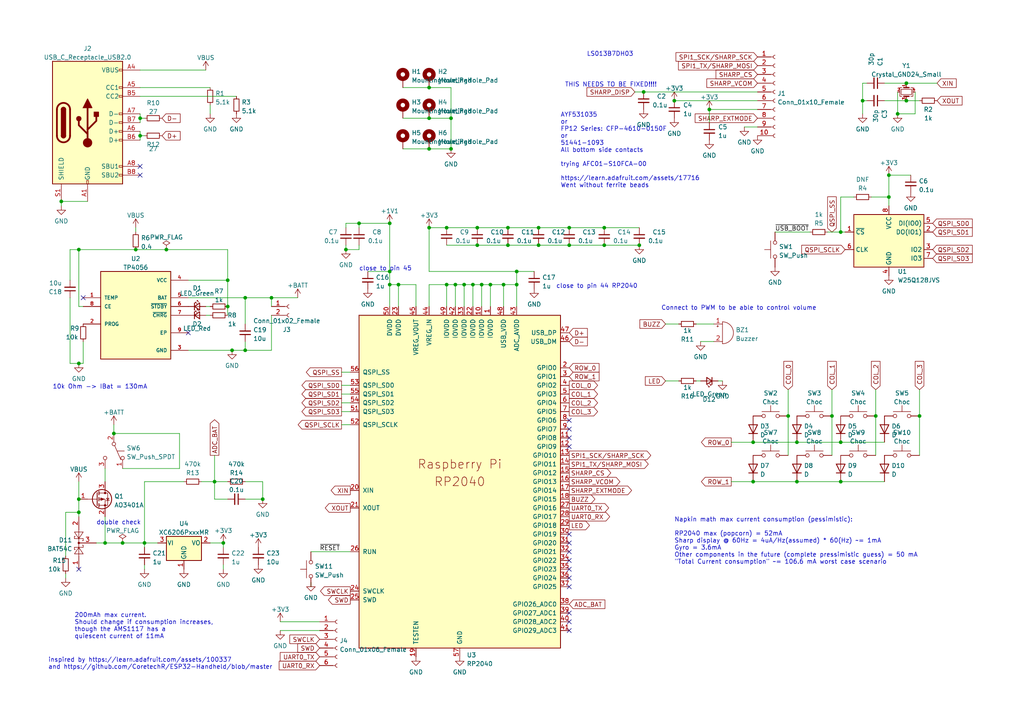
<source format=kicad_sch>
(kicad_sch (version 20211123) (generator eeschema)
  (paper "A4")
  (junction (at 113.03 64.77))
  (junction (at 218.44 139.7))
  (junction (at 138.43 71.12))
  (junction (at 231.14 128.27))
  (junction (at 147.32 71.12))
  (junction (at 257.81 50.8))
  (junction (at 250.19 29.21))
  (junction (at 146.05 82.55))
  (junction (at 149.86 82.55))
  (junction (at 186.69 26.67))
  (junction (at 262.89 24.13))
  (junction (at 71.12 101.6))
  (junction (at 113.03 82.55))
  (junction (at 115.57 82.55))
  (junction (at 66.04 81.28))
  (junction (at 48.26 72.39))
  (junction (at 156.21 66.04))
  (junction (at 241.3 120.65))
  (junction (at 262.89 29.21))
  (junction (at 266.7 120.65))
  (junction (at 41.91 157.48))
  (junction (at 35.56 157.48))
  (junction (at 39.37 72.39))
  (junction (at 205.74 31.75))
  (junction (at 64.77 157.48))
  (junction (at 30.48 157.48))
  (junction (at 132.08 82.55))
  (junction (at 195.58 29.21))
  (junction (at 218.44 128.27))
  (junction (at 185.42 71.12))
  (junction (at 138.43 66.04))
  (junction (at 129.54 66.04))
  (junction (at 17.78 58.42))
  (junction (at 124.46 25.4))
  (junction (at 100.33 72.39))
  (junction (at 22.86 105.41))
  (junction (at 33.02 125.73))
  (junction (at 124.46 66.04))
  (junction (at 40.64 39.37))
  (junction (at 149.86 78.74))
  (junction (at 124.46 34.29))
  (junction (at 71.12 86.36))
  (junction (at 257.81 57.15))
  (junction (at 124.46 43.18))
  (junction (at 40.64 34.29))
  (junction (at 22.86 72.39))
  (junction (at 137.16 82.55))
  (junction (at 254 120.65))
  (junction (at 130.81 43.18))
  (junction (at 147.32 66.04))
  (junction (at 129.54 82.55))
  (junction (at 22.86 148.59))
  (junction (at 142.24 82.55))
  (junction (at 243.84 139.7))
  (junction (at 139.7 82.55))
  (junction (at 130.81 34.29))
  (junction (at 156.21 71.12))
  (junction (at 165.1 71.12))
  (junction (at 76.2 144.78))
  (junction (at 243.84 67.31))
  (junction (at 243.84 128.27))
  (junction (at 62.23 139.7))
  (junction (at 175.26 71.12))
  (junction (at 134.62 82.55))
  (junction (at 22.86 144.78))
  (junction (at 66.04 88.9))
  (junction (at 67.31 101.6))
  (junction (at 175.26 66.04))
  (junction (at 228.6 120.65))
  (junction (at 165.1 66.04))
  (junction (at 78.74 86.36))
  (junction (at 113.03 78.74))
  (junction (at 231.14 139.7))
  (junction (at 104.14 64.77))
  (junction (at 260.35 33.02))
  (no_connect (at 40.64 48.26))
  (no_connect (at 40.64 50.8))
  (no_connect (at 165.1 182.88))
  (no_connect (at 165.1 180.34))
  (no_connect (at 165.1 177.8))
  (no_connect (at 165.1 170.18))
  (no_connect (at 165.1 167.64))
  (no_connect (at 165.1 165.1))
  (no_connect (at 165.1 129.54))
  (no_connect (at 165.1 127))
  (no_connect (at 165.1 124.46))
  (no_connect (at 165.1 121.92))
  (no_connect (at 165.1 162.56))
  (no_connect (at 165.1 160.02))
  (no_connect (at 165.1 157.48))
  (no_connect (at 165.1 154.94))
  (no_connect (at 24.13 86.36))
  (no_connect (at 54.61 96.52))
  (no_connect (at 22.86 165.1))
  (wire (pts (xy 99.06 107.95) (xy 101.6 107.95)))
  (wire (pts (xy 76.2 144.78) (xy 76.2 139.7)))
  (wire (pts (xy 66.04 81.28) (xy 66.04 72.39)))
  (wire (pts (xy 113.03 82.55) (xy 113.03 88.9)))
  (wire (pts (xy 100.33 64.77) (xy 100.33 66.04)))
  (wire (pts (xy 104.14 72.39) (xy 100.33 72.39)))
  (wire (pts (xy 40.64 38.1) (xy 40.64 39.37)))
  (wire (pts (xy 19.05 166.37) (xy 19.05 167.64)))
  (wire (pts (xy 254 113.03) (xy 254 120.65)))
  (wire (pts (xy 20.32 72.39) (xy 22.86 72.39)))
  (wire (pts (xy 184.15 26.67) (xy 186.69 26.67)))
  (wire (pts (xy 195.58 29.21) (xy 219.71 29.21)))
  (wire (pts (xy 24.13 99.06) (xy 24.13 105.41)))
  (wire (pts (xy 41.91 158.75) (xy 41.91 157.48)))
  (wire (pts (xy 22.86 139.7) (xy 22.86 144.78)))
  (wire (pts (xy 58.42 139.7) (xy 62.23 139.7)))
  (wire (pts (xy 193.04 93.98) (xy 196.85 93.98)))
  (wire (pts (xy 201.93 93.98) (xy 207.01 93.98)))
  (wire (pts (xy 60.96 157.48) (xy 64.77 157.48)))
  (wire (pts (xy 208.28 110.49) (xy 209.55 110.49)))
  (wire (pts (xy 241.3 113.03) (xy 241.3 120.65)))
  (wire (pts (xy 149.86 78.74) (xy 154.94 78.74)))
  (wire (pts (xy 41.91 39.37) (xy 40.64 39.37)))
  (wire (pts (xy 219.71 31.75) (xy 205.74 31.75)))
  (wire (pts (xy 19.05 148.59) (xy 19.05 161.29)))
  (wire (pts (xy 30.48 157.48) (xy 35.56 157.48)))
  (wire (pts (xy 262.89 24.13) (xy 271.78 24.13)))
  (wire (pts (xy 257.81 59.69) (xy 257.81 57.15)))
  (wire (pts (xy 215.9 36.83) (xy 219.71 36.83)))
  (wire (pts (xy 205.74 31.75) (xy 205.74 35.56)))
  (wire (pts (xy 104.14 66.04) (xy 104.14 64.77)))
  (wire (pts (xy 78.74 86.36) (xy 78.74 88.9)))
  (wire (pts (xy 139.7 82.55) (xy 139.7 88.9)))
  (wire (pts (xy 138.43 66.04) (xy 147.32 66.04)))
  (wire (pts (xy 116.84 43.18) (xy 124.46 43.18)))
  (wire (pts (xy 66.04 88.9) (xy 66.04 91.44)))
  (wire (pts (xy 54.61 81.28) (xy 66.04 81.28)))
  (wire (pts (xy 218.44 139.7) (xy 231.14 139.7)))
  (wire (pts (xy 40.64 34.29) (xy 40.64 35.56)))
  (wire (pts (xy 116.84 34.29) (xy 124.46 34.29)))
  (wire (pts (xy 260.35 33.02) (xy 265.43 33.02)))
  (wire (pts (xy 41.91 34.29) (xy 40.64 34.29)))
  (wire (pts (xy 41.91 157.48) (xy 45.72 157.48)))
  (wire (pts (xy 41.91 139.7) (xy 53.34 139.7)))
  (wire (pts (xy 40.64 27.94) (xy 68.58 27.94)))
  (wire (pts (xy 104.14 71.12) (xy 104.14 72.39)))
  (wire (pts (xy 243.84 67.31) (xy 245.11 67.31)))
  (wire (pts (xy 142.24 82.55) (xy 142.24 88.9)))
  (wire (pts (xy 17.78 59.69) (xy 17.78 58.42)))
  (wire (pts (xy 130.81 34.29) (xy 124.46 34.29)))
  (wire (pts (xy 212.09 139.7) (xy 218.44 139.7)))
  (wire (pts (xy 20.32 86.36) (xy 20.32 105.41)))
  (wire (pts (xy 19.05 148.59) (xy 22.86 148.59)))
  (wire (pts (xy 20.32 105.41) (xy 22.86 105.41)))
  (wire (pts (xy 243.84 128.27) (xy 256.54 128.27)))
  (wire (pts (xy 243.84 139.7) (xy 256.54 139.7)))
  (wire (pts (xy 71.12 86.36) (xy 78.74 86.36)))
  (wire (pts (xy 71.12 144.78) (xy 76.2 144.78)))
  (wire (pts (xy 54.61 86.36) (xy 71.12 86.36)))
  (wire (pts (xy 252.73 57.15) (xy 257.81 57.15)))
  (wire (pts (xy 224.79 67.31) (xy 234.95 67.31)))
  (wire (pts (xy 22.86 148.59) (xy 22.86 149.86)))
  (wire (pts (xy 266.7 113.03) (xy 266.7 120.65)))
  (wire (pts (xy 67.31 101.6) (xy 71.12 101.6)))
  (wire (pts (xy 257.81 57.15) (xy 257.81 50.8)))
  (wire (pts (xy 60.96 33.02) (xy 60.96 30.48)))
  (wire (pts (xy 35.56 157.48) (xy 41.91 157.48)))
  (wire (pts (xy 146.05 82.55) (xy 149.86 82.55)))
  (wire (pts (xy 243.84 67.31) (xy 243.84 57.15)))
  (wire (pts (xy 60.96 88.9) (xy 59.69 88.9)))
  (wire (pts (xy 201.93 110.49) (xy 203.2 110.49)))
  (wire (pts (xy 39.37 66.04) (xy 39.37 67.31)))
  (wire (pts (xy 132.08 82.55) (xy 132.08 88.9)))
  (wire (pts (xy 124.46 78.74) (xy 149.86 78.74)))
  (wire (pts (xy 64.77 158.75) (xy 64.77 157.48)))
  (wire (pts (xy 99.06 123.19) (xy 101.6 123.19)))
  (wire (pts (xy 124.46 88.9) (xy 124.46 82.55)))
  (wire (pts (xy 20.32 81.28) (xy 20.32 72.39)))
  (wire (pts (xy 90.17 168.91) (xy 90.17 170.18)))
  (wire (pts (xy 129.54 71.12) (xy 138.43 71.12)))
  (wire (pts (xy 137.16 82.55) (xy 139.7 82.55)))
  (wire (pts (xy 99.06 116.84) (xy 101.6 116.84)))
  (wire (pts (xy 62.23 144.78) (xy 66.04 144.78)))
  (wire (pts (xy 231.14 139.7) (xy 243.84 139.7)))
  (wire (pts (xy 41.91 139.7) (xy 41.91 157.48)))
  (wire (pts (xy 251.46 24.13) (xy 250.19 24.13)))
  (wire (pts (xy 104.14 64.77) (xy 113.03 64.77)))
  (wire (pts (xy 33.02 125.73) (xy 52.07 125.73)))
  (wire (pts (xy 130.81 34.29) (xy 130.81 25.4)))
  (wire (pts (xy 250.19 24.13) (xy 250.19 29.21)))
  (wire (pts (xy 175.26 71.12) (xy 185.42 71.12)))
  (wire (pts (xy 71.12 101.6) (xy 78.74 101.6)))
  (wire (pts (xy 90.17 160.02) (xy 101.6 160.02)))
  (wire (pts (xy 165.1 71.12) (xy 175.26 71.12)))
  (wire (pts (xy 120.65 88.9) (xy 120.65 82.55)))
  (wire (pts (xy 228.6 120.65) (xy 228.6 132.08)))
  (wire (pts (xy 41.91 165.1) (xy 41.91 163.83)))
  (wire (pts (xy 81.28 182.88) (xy 92.71 182.88)))
  (wire (pts (xy 129.54 66.04) (xy 138.43 66.04)))
  (wire (pts (xy 228.6 113.03) (xy 228.6 120.65)))
  (wire (pts (xy 17.78 58.42) (xy 25.4 58.42)))
  (wire (pts (xy 71.12 86.36) (xy 71.12 93.98)))
  (wire (pts (xy 113.03 64.77) (xy 113.03 78.74)))
  (wire (pts (xy 48.26 72.39) (xy 39.37 72.39)))
  (wire (pts (xy 22.86 72.39) (xy 22.86 88.9)))
  (wire (pts (xy 260.35 26.67) (xy 260.35 33.02)))
  (wire (pts (xy 113.03 78.74) (xy 113.03 82.55)))
  (wire (pts (xy 115.57 82.55) (xy 113.03 82.55)))
  (wire (pts (xy 104.14 64.77) (xy 100.33 64.77)))
  (wire (pts (xy 218.44 128.27) (xy 231.14 128.27)))
  (wire (pts (xy 40.64 33.02) (xy 40.64 34.29)))
  (wire (pts (xy 256.54 29.21) (xy 262.89 29.21)))
  (wire (pts (xy 62.23 139.7) (xy 62.23 144.78)))
  (wire (pts (xy 265.43 26.67) (xy 265.43 33.02)))
  (wire (pts (xy 257.81 50.8) (xy 264.16 50.8)))
  (wire (pts (xy 52.07 135.89) (xy 52.07 125.73)))
  (wire (pts (xy 39.37 72.39) (xy 22.86 72.39)))
  (wire (pts (xy 147.32 66.04) (xy 156.21 66.04)))
  (wire (pts (xy 116.84 25.4) (xy 124.46 25.4)))
  (wire (pts (xy 165.1 66.04) (xy 175.26 66.04)))
  (wire (pts (xy 99.06 119.38) (xy 101.6 119.38)))
  (wire (pts (xy 142.24 82.55) (xy 146.05 82.55)))
  (wire (pts (xy 124.46 25.4) (xy 130.81 25.4)))
  (wire (pts (xy 241.3 120.65) (xy 241.3 132.08)))
  (wire (pts (xy 124.46 66.04) (xy 124.46 78.74)))
  (wire (pts (xy 203.2 99.06) (xy 207.01 99.06)))
  (wire (pts (xy 138.43 71.12) (xy 147.32 71.12)))
  (wire (pts (xy 147.32 71.12) (xy 156.21 71.12)))
  (wire (pts (xy 254 120.65) (xy 254 132.08)))
  (wire (pts (xy 132.08 82.55) (xy 134.62 82.55)))
  (wire (pts (xy 130.81 43.18) (xy 130.81 34.29)))
  (wire (pts (xy 124.46 43.18) (xy 130.81 43.18)))
  (wire (pts (xy 120.65 82.55) (xy 115.57 82.55)))
  (wire (pts (xy 62.23 139.7) (xy 66.04 139.7)))
  (wire (pts (xy 146.05 82.55) (xy 146.05 88.9)))
  (wire (pts (xy 256.54 24.13) (xy 262.89 24.13)))
  (wire (pts (xy 115.57 82.55) (xy 115.57 88.9)))
  (wire (pts (xy 40.64 20.32) (xy 59.69 20.32)))
  (wire (pts (xy 250.19 29.21) (xy 251.46 29.21)))
  (wire (pts (xy 30.48 135.89) (xy 30.48 139.7)))
  (wire (pts (xy 33.02 123.19) (xy 33.02 125.73)))
  (wire (pts (xy 175.26 66.04) (xy 185.42 66.04)))
  (wire (pts (xy 193.04 110.49) (xy 196.85 110.49)))
  (wire (pts (xy 22.86 144.78) (xy 22.86 148.59)))
  (wire (pts (xy 71.12 99.06) (xy 71.12 101.6)))
  (wire (pts (xy 78.74 86.36) (xy 86.36 86.36)))
  (wire (pts (xy 106.68 78.74) (xy 113.03 78.74)))
  (wire (pts (xy 231.14 128.27) (xy 243.84 128.27)))
  (wire (pts (xy 40.64 25.4) (xy 60.96 25.4)))
  (wire (pts (xy 100.33 71.12) (xy 100.33 72.39)))
  (wire (pts (xy 22.86 105.41) (xy 24.13 105.41)))
  (wire (pts (xy 99.06 111.76) (xy 101.6 111.76)))
  (wire (pts (xy 156.21 66.04) (xy 165.1 66.04)))
  (wire (pts (xy 149.86 82.55) (xy 149.86 78.74)))
  (wire (pts (xy 149.86 82.55) (xy 149.86 88.9)))
  (wire (pts (xy 54.61 101.6) (xy 67.31 101.6)))
  (wire (pts (xy 129.54 82.55) (xy 129.54 88.9)))
  (wire (pts (xy 64.77 165.1) (xy 64.77 163.83)))
  (wire (pts (xy 250.19 33.02) (xy 250.19 29.21)))
  (wire (pts (xy 124.46 66.04) (xy 129.54 66.04)))
  (wire (pts (xy 30.48 149.86) (xy 30.48 157.48)))
  (wire (pts (xy 156.21 71.12) (xy 165.1 71.12)))
  (wire (pts (xy 262.89 29.21) (xy 266.7 29.21)))
  (wire (pts (xy 66.04 81.28) (xy 66.04 88.9)))
  (wire (pts (xy 124.46 82.55) (xy 129.54 82.55)))
  (wire (pts (xy 35.56 135.89) (xy 52.07 135.89)))
  (wire (pts (xy 22.86 88.9) (xy 24.13 88.9)))
  (wire (pts (xy 60.96 91.44) (xy 59.69 91.44)))
  (wire (pts (xy 71.12 139.7) (xy 76.2 139.7)))
  (wire (pts (xy 266.7 120.65) (xy 266.7 132.08)))
  (wire (pts (xy 66.04 72.39) (xy 48.26 72.39)))
  (wire (pts (xy 240.03 67.31) (xy 243.84 67.31)))
  (wire (pts (xy 139.7 82.55) (xy 142.24 82.55)))
  (wire (pts (xy 78.74 91.44) (xy 78.74 101.6)))
  (wire (pts (xy 99.06 114.3) (xy 101.6 114.3)))
  (wire (pts (xy 212.09 128.27) (xy 218.44 128.27)))
  (wire (pts (xy 243.84 57.15) (xy 247.65 57.15)))
  (wire (pts (xy 186.69 26.67) (xy 219.71 26.67)))
  (wire (pts (xy 134.62 82.55) (xy 134.62 88.9)))
  (wire (pts (xy 62.23 132.08) (xy 62.23 139.7)))
  (wire (pts (xy 134.62 82.55) (xy 137.16 82.55)))
  (wire (pts (xy 81.28 180.34) (xy 92.71 180.34)))
  (wire (pts (xy 129.54 82.55) (xy 132.08 82.55)))
  (wire (pts (xy 137.16 82.55) (xy 137.16 88.9)))
  (wire (pts (xy 27.94 157.48) (xy 30.48 157.48)))
  (wire (pts (xy 40.64 39.37) (xy 40.64 40.64)))
  (text "Connect to PWM to be able to control volume" (at 191.77 90.17 0) (effects (font (size 1.27 1.27)) (justify left bottom)))
  (text "inspired by https://learn.adafruit.com/assets/100337\nand https://github.com/CoretechR/ESP32-Handheld/blob/master" (at 13.97 194.31 0) (effects (font (size 1.27 1.27)) (justify left bottom)))
  (text "10k Ohm -> IBat = 130mA" (at 15.24 113.03 0) (effects (font (size 1.27 1.27)) (justify left bottom)))
  (text "double check" (at 27.94 152.4 0) (effects (font (size 1.27 1.27)) (justify left bottom)))
  (text "THIS NEEDS TO BE FIXED!!!!" (at 163.83 25.4 0) (effects (font (size 1.27 1.27)) (justify left bottom)))
  (text "200mAh max current.\nShould change if consumption increases,\nthough the AMS1117 has a\nquiescent current of 11mA" (at 21.59 185.42 0) (effects (font (size 1.27 1.27)) (justify left bottom)))
  (text "Napkin math max current consumption (pessimistic):\n\nRP2040 max (popcorn) = 52mA\nSharp display @ 60Hz = 4uA/Hz(assumed) * 60(Hz) ~= 1mA\nGyro = 3.6mA\nOther components in the future (complete pressimistic guess) = 50 mA \n\"Total Current consumption\" ~= 106.6 mA worst case scenario" (at 195.58 163.83 0) (effects (font (size 1.27 1.27)) (justify left bottom)))
  (text "LS013B7DH03" (at 170.18 16.51 0) (effects (font (size 1.27 1.27)) (justify left bottom)))
  (text "AYF531035\nor \nFP12 Series: CFP-4610-0150F\nor\n51441-1093\nAll bottom side contacts\n\ntrying AFC01-S10FCA-00\n\nhttps://learn.adafruit.com/assets/17716\nWent without ferrite beads" (at 162.56 54.61 0) (effects (font (size 1.27 1.27)) (justify left bottom)))
  (text "close to pin 45" (at 104.14 78.74 0) (effects (font (size 1.27 1.27)) (justify left bottom)))
  (text "close to pin 44 RP2040" (at 161.29 83.82 0) (effects (font (size 1.27 1.27)) (justify left bottom)))
  (label "~{RESET}" (at 92.71 160.02 0))
  (label "~{USB_BOOT}" (at 224.79 67.31 0))
  (global_label "SPI1_TX{slash}SHARP_MOSI" (shape input) (at 219.71 19.05 180) (property "Intersheet References" "${INTERSHEET_REFS}" (effects hide)))
  (global_label "QSPI_SD3" (shape input) (at 270.51 74.93 0) (property "Intersheet References" "${INTERSHEET_REFS}" (effects hide)))
  (global_label "QSPI_SD3" (shape output) (at 99.06 119.38 180) (property "Intersheet References" "${INTERSHEET_REFS}" (effects hide)))
  (global_label "XOUT" (shape output) (at 101.6 147.32 180) (property "Intersheet References" "${INTERSHEET_REFS}" (effects hide)))
  (global_label "LED" (shape input) (at 193.04 110.49 180) (property "Intersheet References" "${INTERSHEET_REFS}" (effects hide)))
  (global_label "XIN" (shape output) (at 101.6 142.24 180) (property "Intersheet References" "${INTERSHEET_REFS}" (effects hide)))
  (global_label "QSPI_SD1" (shape output) (at 99.06 114.3 180) (property "Intersheet References" "${INTERSHEET_REFS}" (effects hide)))
  (global_label "QSPI_SCLK" (shape input) (at 245.11 72.39 180) (property "Intersheet References" "${INTERSHEET_REFS}" (effects hide)))
  (global_label "COL_2" (shape output) (at 165.1 116.84 0) (property "Intersheet References" "${INTERSHEET_REFS}" (effects hide)))
  (global_label "ADC_BAT" (shape output) (at 62.23 132.08 90) (property "Intersheet References" "${INTERSHEET_REFS}" (effects hide)))
  (global_label "ADC_BAT" (shape input) (at 165.1 175.26 0) (property "Intersheet References" "${INTERSHEET_REFS}" (effects hide)))
  (global_label "QSPI_SD2" (shape input) (at 270.51 72.39 0) (property "Intersheet References" "${INTERSHEET_REFS}" (effects hide)))
  (global_label "D+" (shape input) (at 46.99 39.37 0) (property "Intersheet References" "${INTERSHEET_REFS}" (effects hide)))
  (global_label "D-" (shape input) (at 165.1 99.06 0) (property "Intersheet References" "${INTERSHEET_REFS}" (effects hide)))
  (global_label "SHARP_EXTMODE" (shape input) (at 219.71 34.29 180) (property "Intersheet References" "${INTERSHEET_REFS}" (effects hide)))
  (global_label "SHARP_VCOM" (shape input) (at 219.71 24.13 180) (property "Intersheet References" "${INTERSHEET_REFS}" (effects hide)))
  (global_label "SPI1_SCK{slash}SHARP_SCK" (shape output) (at 165.1 132.08 0) (property "Intersheet References" "${INTERSHEET_REFS}" (effects hide)))
  (global_label "ROW_1" (shape input) (at 165.1 109.22 0) (property "Intersheet References" "${INTERSHEET_REFS}" (effects hide)))
  (global_label "SPI1_SCK{slash}SHARP_SCK" (shape input) (at 219.71 16.51 180) (property "Intersheet References" "${INTERSHEET_REFS}" (effects hide)))
  (global_label "SHARP_EXTMODE" (shape output) (at 165.1 142.24 0) (property "Intersheet References" "${INTERSHEET_REFS}" (effects hide)))
  (global_label "ROW_1" (shape output) (at 212.09 139.7 180) (property "Intersheet References" "${INTERSHEET_REFS}" (effects hide)))
  (global_label "D+" (shape input) (at 165.1 96.52 0) (property "Intersheet References" "${INTERSHEET_REFS}" (effects hide)))
  (global_label "QSPI_SD2" (shape output) (at 99.06 116.84 180) (property "Intersheet References" "${INTERSHEET_REFS}" (effects hide)))
  (global_label "SHARP_DISP" (shape input) (at 184.15 26.67 180) (property "Intersheet References" "${INTERSHEET_REFS}" (effects hide)))
  (global_label "QSPI_SCLK" (shape output) (at 99.06 123.19 180) (property "Intersheet References" "${INTERSHEET_REFS}" (effects hide)))
  (global_label "QSPI_SS" (shape input) (at 241.3 67.31 90) (property "Intersheet References" "${INTERSHEET_REFS}" (effects hide)))
  (global_label "COL_0" (shape output) (at 165.1 111.76 0) (property "Intersheet References" "${INTERSHEET_REFS}" (effects hide)))
  (global_label "SPI1_TX{slash}SHARP_MOSI" (shape output) (at 165.1 134.62 0) (property "Intersheet References" "${INTERSHEET_REFS}" (effects hide)))
  (global_label "SWCLK" (shape input) (at 92.71 185.42 180) (property "Intersheet References" "${INTERSHEET_REFS}" (effects hide)))
  (global_label "UART0_RX" (shape output) (at 165.1 149.86 0) (property "Intersheet References" "${INTERSHEET_REFS}" (effects hide)))
  (global_label "XOUT" (shape input) (at 271.78 29.21 0) (property "Intersheet References" "${INTERSHEET_REFS}" (effects hide)))
  (global_label "UART0_TX" (shape input) (at 92.71 190.5 180) (property "Intersheet References" "${INTERSHEET_REFS}" (effects hide)))
  (global_label "BUZZ" (shape output) (at 165.1 144.78 0) (property "Intersheet References" "${INTERSHEET_REFS}" (effects hide)))
  (global_label "SHARP_VCOM" (shape output) (at 165.1 139.7 0) (property "Intersheet References" "${INTERSHEET_REFS}" (effects hide)))
  (global_label "SHARP_CS" (shape output) (at 165.1 137.16 0) (property "Intersheet References" "${INTERSHEET_REFS}" (effects hide)))
  (global_label "BUZZ" (shape input) (at 193.04 93.98 180) (property "Intersheet References" "${INTERSHEET_REFS}" (effects hide)))
  (global_label "COL_1" (shape input) (at 241.3 113.03 90) (property "Intersheet References" "${INTERSHEET_REFS}" (effects hide)))
  (global_label "ROW_0" (shape output) (at 212.09 128.27 180) (property "Intersheet References" "${INTERSHEET_REFS}" (effects hide)))
  (global_label "SWD" (shape input) (at 92.71 187.96 180) (property "Intersheet References" "${INTERSHEET_REFS}" (effects hide)))
  (global_label "SWCLK" (shape output) (at 101.6 171.45 180) (property "Intersheet References" "${INTERSHEET_REFS}" (effects hide)))
  (global_label "QSPI_SD0" (shape output) (at 99.06 111.76 180) (property "Intersheet References" "${INTERSHEET_REFS}" (effects hide)))
  (global_label "XIN" (shape input) (at 271.78 24.13 0) (property "Intersheet References" "${INTERSHEET_REFS}" (effects hide)))
  (global_label "COL_0" (shape input) (at 228.6 113.03 90) (property "Intersheet References" "${INTERSHEET_REFS}" (effects hide)))
  (global_label "ROW_0" (shape input) (at 165.1 106.68 0) (property "Intersheet References" "${INTERSHEET_REFS}" (effects hide)))
  (global_label "COL_2" (shape input) (at 254 113.03 90) (property "Intersheet References" "${INTERSHEET_REFS}" (effects hide)))
  (global_label "QSPI_SD0" (shape input) (at 270.51 64.77 0) (property "Intersheet References" "${INTERSHEET_REFS}" (effects hide)))
  (global_label "D-" (shape input) (at 46.99 34.29 0) (property "Intersheet References" "${INTERSHEET_REFS}" (effects hide)))
  (global_label "SHARP_CS" (shape input) (at 219.71 21.59 180) (property "Intersheet References" "${INTERSHEET_REFS}" (effects hide)))
  (global_label "COL_3" (shape input) (at 266.7 113.03 90) (property "Intersheet References" "${INTERSHEET_REFS}" (effects hide)))
  (global_label "QSPI_SD1" (shape input) (at 270.51 67.31 0) (property "Intersheet References" "${INTERSHEET_REFS}" (effects hide)))
  (global_label "SWD" (shape output) (at 101.6 173.99 180) (property "Intersheet References" "${INTERSHEET_REFS}" (effects hide)))
  (global_label "UART0_TX" (shape output) (at 165.1 147.32 0) (property "Intersheet References" "${INTERSHEET_REFS}" (effects hide)))
  (global_label "LED" (shape output) (at 165.1 152.4 0) (property "Intersheet References" "${INTERSHEET_REFS}" (effects hide)))
  (global_label "QSPI_SS" (shape output) (at 99.06 107.95 180) (property "Intersheet References" "${INTERSHEET_REFS}" (effects hide)))
  (global_label "COL_1" (shape output) (at 165.1 114.3 0) (property "Intersheet References" "${INTERSHEET_REFS}" (effects hide)))
  (global_label "UART0_RX" (shape input) (at 92.71 193.04 180) (property "Intersheet References" "${INTERSHEET_REFS}" (effects hide)))
  (global_label "COL_3" (shape output) (at 165.1 119.38 0) (property "Intersheet References" "${INTERSHEET_REFS}" (effects hide)))
  (symbol (lib_id "power:PWR_FLAG") (at 48.26 72.39 0) (unit 1)
    (property "Reference" "#FLG0102" (effects hide))
    (property "Value" "PWR_FLAG" (at 48.26 68.8142 0))
  )
  (symbol (lib_id "Device:D") (at 243.84 124.46 90) (unit 1)
    (property "Reference" "D5" (at 245.872 123.6253 90) (effects (justify right)))
    (property "Value" "D" (at 245.872 126.1622 90) (effects (justify right)))
    (property "Footprint" "Diode_SMD:D_SOD-123" (effects hide))
  )
  (symbol (lib_id "Mechanical:MountingHole_Pad") (at 124.46 31.75 0) (unit 1)
    (property "Reference" "H4" (at 127 29.6453 0) (effects (justify left)))
    (property "Value" "MountingHole_Pad" (at 127 32.1822 0) (effects (justify left)))
    (property "Footprint" "MountingHole:MountingHole_2.2mm_M2_ISO7380_Pad" (effects hide))
  )
  (symbol (lib_id "power:GND") (at 74.93 163.83 0) (unit 1)
    (property "Reference" "#PWR035" (effects hide))
    (property "Value" "GND" (at 74.93 168.2734 0))
  )
  (symbol (lib_id "Device:Crystal_GND24_Small") (at 262.89 26.67 270) (unit 1)
    (property "Reference" "Y1" (at 262.89 19.05 90))
    (property "Value" "Crystal_GND24_Small" (at 262.89 21.59 90))
    (property "Footprint" "Crystal:Crystal_SMD_3225-4Pin_3.2x2.5mm" (effects hide))
  )
  (symbol (lib_id "Device:C_Small") (at 129.54 68.58 0) (unit 1)
    (property "Reference" "C9" (at 133.35 67.31 0) (effects (justify left)))
    (property "Value" "0.1u" (at 132.08 69.85 0) (effects (justify left)))
    (property "Footprint" "Capacitor_SMD:C_0402_1005Metric" (effects hide))
  )
  (symbol (lib_id "Device:R_Small") (at 19.05 163.83 180) (unit 1)
    (property "Reference" "R15" (at 15.24 162.56 0) (effects (justify right)))
    (property "Value" "10k" (at 13.97 165.1 0) (effects (justify right)))
    (property "Footprint" "Resistor_SMD:R_0402_1005Metric" (effects hide))
  )
  (symbol (lib_id "Device:R_Small") (at 24.13 96.52 180) (unit 1)
    (property "Reference" "R9" (at 20.32 95.25 0) (effects (justify right)))
    (property "Value" "10k" (at 19.05 97.79 0) (effects (justify right)))
    (property "Footprint" "Resistor_SMD:R_0402_1005Metric" (effects hide))
  )
  (symbol (lib_id "power:GND") (at 257.81 80.01 0) (unit 1)
    (property "Reference" "#PWR022" (effects hide))
    (property "Value" "GND" (at 257.81 84.4534 0))
  )
  (symbol (lib_id "power:GND") (at 130.81 43.18 0) (unit 1)
    (property "Reference" "#PWR031" (effects hide))
    (property "Value" "GND" (at 130.81 47.6234 0))
  )
  (symbol (lib_id "Device:C_Small") (at 264.16 53.34 0) (unit 1)
    (property "Reference" "C6" (at 266.4841 52.5116 0) (effects (justify left)))
    (property "Value" "0.1u" (at 266.4841 55.0485 0) (effects (justify left)))
    (property "Footprint" "Capacitor_SMD:C_0402_1005Metric" (effects hide))
  )
  (symbol (lib_id "Device:R_Small") (at 269.24 29.21 90) (unit 1)
    (property "Reference" "R2" (at 269.24 31.7531 90))
    (property "Value" "1k" (at 269.24 34.29 90))
    (property "Footprint" "Resistor_SMD:R_0402_1005Metric" (effects hide))
  )
  (symbol (lib_id "Mechanical:MountingHole_Pad") (at 116.84 31.75 0) (unit 1)
    (property "Reference" "H3" (at 119.38 29.6453 0) (effects (justify left)))
    (property "Value" "MountingHole_Pad" (at 119.38 32.1822 0) (effects (justify left)))
    (property "Footprint" "MountingHole:MountingHole_2.2mm_M2_ISO7380_Pad" (effects hide))
  )
  (symbol (lib_id "power:GND") (at 41.91 165.1 0) (unit 1)
    (property "Reference" "#PWR036" (effects hide))
    (property "Value" "GND" (at 41.91 169.5434 0))
  )
  (symbol (lib_id "Device:R_Small") (at 63.5 91.44 90) (unit 1)
    (property "Reference" "R8" (at 67.31 91.44 90))
    (property "Value" "1k" (at 67.31 93.98 90))
    (property "Footprint" "Resistor_SMD:R_0402_1005Metric" (effects hide))
  )
  (symbol (lib_id "Mechanical:MountingHole_Pad") (at 124.46 22.86 0) (unit 1)
    (property "Reference" "H2" (at 127 20.7553 0) (effects (justify left)))
    (property "Value" "MountingHole_Pad" (at 127 23.2922 0) (effects (justify left)))
    (property "Footprint" "MountingHole:MountingHole_2.2mm_M2_ISO7380_Pad" (effects hide))
  )
  (symbol (lib_id "power:GND") (at 60.96 33.02 0) (unit 1)
    (property "Reference" "#PWR05" (effects hide))
    (property "Value" "GND" (at 60.96 37.4634 0))
  )
  (symbol (lib_id "Device:R_Small") (at 250.19 57.15 270) (unit 1)
    (property "Reference" "R4" (at 250.19 54.6069 90))
    (property "Value" "DNF" (at 250.19 52.07 90))
    (property "Footprint" "Resistor_SMD:R_0402_1005Metric" (effects hide))
  )
  (symbol (lib_id "Device:R_Small") (at 63.5 88.9 90) (unit 1)
    (property "Reference" "R7" (at 63.5 84.4636 90))
    (property "Value" "1k" (at 63.5 87.0005 90))
    (property "Footprint" "Resistor_SMD:R_0402_1005Metric" (effects hide))
  )
  (symbol (lib_id "power:+3V3") (at 81.28 180.34 0) (unit 1)
    (property "Reference" "#PWR041" (effects hide))
    (property "Value" "+3V3" (at 81.28 176.7642 0))
  )
  (symbol (lib_id "Device:R_Small") (at 39.37 69.85 0) (unit 1)
    (property "Reference" "R6" (at 40.8686 69.0153 0) (effects (justify left)))
    (property "Value" "0.4" (at 40.8686 71.5522 0) (effects (justify left)))
    (property "Footprint" "Resistor_SMD:R_0402_1005Metric" (effects hide))
  )
  (symbol (lib_id "Connector:USB_C_Receptacle_USB2.0") (at 25.4 35.56 0) (unit 1)
    (property "Reference" "J2" (at 25.4 14.0802 0))
    (property "Value" "USB_C_Receptacle_USB2.0" (at 25.4 16.6171 0))
    (property "Footprint" "Connector_USB:USB_C_Receptacle_XKB_U262-16XN-4BVC11" (effects hide))
    (property "Datasheet" "https://www.usb.org/sites/default/files/documents/usb_type-c.zip" (effects hide))
  )
  (symbol (lib_id "power:GND") (at 133.35 190.5 0) (unit 1)
    (property "Reference" "#PWR044" (effects hide))
    (property "Value" "GND" (at 133.35 194.9434 0))
  )
  (symbol (lib_id "TP4056:TP4056") (at 39.37 91.44 0) (unit 1)
    (property "Reference" "U2" (at 39.37 75.0402 0))
    (property "Value" "TP4056" (at 39.37 77.5771 0))
    (property "Footprint" "TP4056:SOP127P600X175-9N" (effects hide))
    (property "MANUFACTURER" "NanJing Top Power ASIC Corp." (effects hide))
    (property "MAXIMUM_PACKAGE_HEIGHT" "1.75mm" (effects hide))
    (property "STANDARD" "IPC 7351B" (effects hide))
  )
  (symbol (lib_id "Switch:SW_Push") (at 90.17 165.1 90) (unit 1)
    (property "Reference" "SW11" (at 91.313 164.2653 90) (effects (justify right)))
    (property "Value" "SW_Push" (at 91.313 166.8022 90) (effects (justify right)))
    (property "Footprint" "Button_Switch_SMD:SW_SPST_TL3342" (effects hide))
  )
  (symbol (lib_id "Device:C_Small") (at 64.77 161.29 0) (unit 1)
    (property "Reference" "C22" (at 67.0941 160.4616 0) (effects (justify left)))
    (property "Value" "1u" (at 67.0941 162.9985 0) (effects (justify left)))
    (property "Footprint" "Capacitor_SMD:C_0402_1005Metric" (effects hide))
  )
  (symbol (lib_id "power:+1V1") (at 113.03 64.77 0) (unit 1)
    (property "Reference" "#PWR016" (effects hide))
    (property "Value" "+1V1" (at 113.03 61.1942 0))
  )
  (symbol (lib_id "Mechanical:MountingHole_Pad") (at 124.46 40.64 0) (unit 1)
    (property "Reference" "H6" (at 127 38.5353 0) (effects (justify left)))
    (property "Value" "MountingHole_Pad" (at 127 41.0722 0) (effects (justify left)))
    (property "Footprint" "MountingHole:MountingHole_2.2mm_M2_ISO7380_Pad" (effects hide))
  )
  (symbol (lib_id "Switch:SW_Push") (at 248.92 120.65 0) (unit 1)
    (property "Reference" "SW4" (at 248.92 114.0292 0))
    (property "Value" "Choc" (at 248.92 116.5661 0))
    (property "Footprint" "keyswitches:Kailh_socket_PG1350" (effects hide))
  )
  (symbol (lib_id "power:GND") (at 260.35 33.02 0) (unit 1)
    (property "Reference" "#PWR08" (effects hide))
    (property "Value" "GND" (at 260.35 37.4634 0))
  )
  (symbol (lib_id "power:GND") (at 219.71 39.37 0) (unit 1)
    (property "Reference" "#PWR011" (effects hide))
    (property "Value" "GND" (at 219.71 43.8134 0))
  )
  (symbol (lib_id "Connector:Conn_01x10_Female") (at 224.79 26.67 0) (unit 1)
    (property "Reference" "J1" (at 225.5012 27.1053 0) (effects (justify left)))
    (property "Value" "Conn_01x10_Female" (at 225.5012 29.6422 0) (effects (justify left)))
    (property "Footprint" "Connector_FFC-FPC:Molex_54548-1071_1x10-1MP_P0.5mm_Horizontal" (effects hide))
  )
  (symbol (lib_id "power:GND") (at 64.77 165.1 0) (unit 1)
    (property "Reference" "#PWR038" (effects hide))
    (property "Value" "GND" (at 64.77 169.5434 0))
  )
  (symbol (lib_id "Device:C_Small") (at 154.94 81.28 0) (unit 1)
    (property "Reference" "C17" (at 157.2641 80.4516 0) (effects (justify left)))
    (property "Value" "1u" (at 157.2641 82.9885 0) (effects (justify left)))
    (property "Footprint" "Capacitor_SMD:C_0402_1005Metric" (effects hide))
  )
  (symbol (lib_id "Switch:SW_Push") (at 223.52 120.65 0) (unit 1)
    (property "Reference" "SW2" (at 223.52 114.0292 0))
    (property "Value" "Choc" (at 223.52 116.5661 0))
    (property "Footprint" "keyswitches:Kailh_socket_PG1350" (effects hide))
  )
  (symbol (lib_id "Connector:Conn_01x02_Female") (at 83.82 88.9 0) (unit 1)
    (property "Reference" "J3" (at 83.185 95.597 0))
    (property "Value" "Conn_01x02_Female" (at 83.185 93.0601 0))
    (property "Footprint" "Connector_PinHeader_2.00mm:PinHeader_1x02_P2.00mm_Vertical" (effects hide))
  )
  (symbol (lib_id "power:GND") (at 68.58 33.02 0) (unit 1)
    (property "Reference" "#PWR06" (effects hide))
    (property "Value" "GND" (at 68.58 37.4634 0))
  )
  (symbol (lib_id "power:GND") (at 215.9 36.83 0) (unit 1)
    (property "Reference" "#PWR010" (effects hide))
    (property "Value" "GND" (at 215.9 41.2734 0))
  )
  (symbol (lib_id "Device:D") (at 256.54 135.89 90) (unit 1)
    (property "Reference" "D10" (at 258.572 135.0553 90) (effects (justify right)))
    (property "Value" "D" (at 258.572 137.5922 90) (effects (justify right)))
    (property "Footprint" "Diode_SMD:D_SOD-123" (effects hide))
  )
  (symbol (lib_id "power:GND") (at 154.94 83.82 0) (unit 1)
    (property "Reference" "#PWR024" (effects hide))
    (property "Value" "GND" (at 154.94 88.2634 0))
  )
  (symbol (lib_id "Device:C_Small") (at 74.93 161.29 0) (unit 1)
    (property "Reference" "C23" (at 77.2541 160.4616 0) (effects (justify left)))
    (property "Value" "10u" (at 77.2541 162.9985 0) (effects (justify left)))
    (property "Footprint" "Capacitor_SMD:C_0402_1005Metric" (effects hide))
  )
  (symbol (lib_id "Device:D") (at 243.84 135.89 90) (unit 1)
    (property "Reference" "D9" (at 245.872 135.0553 90) (effects (justify right)))
    (property "Value" "D" (at 245.872 137.5922 90) (effects (justify right)))
    (property "Footprint" "Diode_SMD:D_SOD-123" (effects hide))
  )
  (symbol (lib_id "power:GND") (at 250.19 33.02 0) (unit 1)
    (property "Reference" "#PWR07" (effects hide))
    (property "Value" "GND" (at 250.19 37.4634 0))
  )
  (symbol (lib_id "Switch:SW_Push") (at 248.92 132.08 0) (unit 1)
    (property "Reference" "SW9" (at 248.92 125.4592 0))
    (property "Value" "Choc" (at 248.92 127.9961 0))
    (property "Footprint" "keyswitches:Kailh_socket_PG1350" (effects hide))
  )
  (symbol (lib_id "Device:R_Small") (at 199.39 110.49 270) (unit 1)
    (property "Reference" "R16" (at 199.39 114.9264 90))
    (property "Value" "1k" (at 199.39 112.3895 90))
    (property "Footprint" "Resistor_SMD:R_0402_1005Metric" (effects hide))
  )
  (symbol (lib_id "power:VBUS") (at 22.86 139.7 0) (unit 1)
    (property "Reference" "#PWR030" (effects hide))
    (property "Value" "VBUS" (at 22.86 136.1242 0))
  )
  (symbol (lib_id "power:GND") (at 224.79 77.47 0) (unit 1)
    (property "Reference" "#PWR021" (effects hide))
    (property "Value" "GND" (at 224.79 81.9134 0))
  )
  (symbol (lib_id "Device:C_Small") (at 106.68 81.28 0) (unit 1)
    (property "Reference" "C16" (at 109.0041 80.4516 0) (effects (justify left)))
    (property "Value" "1u" (at 109.0041 82.9885 0) (effects (justify left)))
    (property "Footprint" "Capacitor_SMD:C_0402_1005Metric" (effects hide))
  )
  (symbol (lib_id "power:GND") (at 22.86 105.41 0) (unit 1)
    (property "Reference" "#PWR028" (effects hide))
    (property "Value" "GND" (at 22.86 109.8534 0))
  )
  (symbol (lib_id "Device:C_Small") (at 100.33 68.58 180) (unit 1)
    (property "Reference" "C7" (at 95.25 67.31 0) (effects (justify right)))
    (property "Value" "0.1u" (at 93.98 69.85 0) (effects (justify right)))
    (property "Footprint" "Capacitor_SMD:C_0402_1005Metric" (effects hide))
  )
  (symbol (lib_id "power:VBUS") (at 59.69 20.32 0) (unit 1)
    (property "Reference" "#PWR01" (effects hide))
    (property "Value" "VBUS" (at 59.69 16.7442 0))
  )
  (symbol (lib_id "power:GND") (at 186.69 31.75 0) (unit 1)
    (property "Reference" "#PWR03" (effects hide))
    (property "Value" "GND" (at 186.69 36.1934 0))
  )
  (symbol (lib_id "Device:D") (at 231.14 135.89 90) (unit 1)
    (property "Reference" "D8" (at 233.172 135.0553 90) (effects (justify right)))
    (property "Value" "D" (at 233.172 137.5922 90) (effects (justify right)))
    (property "Footprint" "Diode_SMD:D_SOD-123" (effects hide))
  )
  (symbol (lib_id "Device:C_Small") (at 195.58 31.75 0) (unit 1)
    (property "Reference" "C4" (at 198.12 30.48 0) (effects (justify left)))
    (property "Value" "1u" (at 198.12 33.02 0) (effects (justify left)))
    (property "Footprint" "Capacitor_SMD:C_0402_1005Metric" (effects hide))
  )
  (symbol (lib_id "Switch:SW_Push") (at 223.52 132.08 0) (unit 1)
    (property "Reference" "SW7" (at 223.52 125.4592 0))
    (property "Value" "Choc" (at 223.52 127.9961 0))
    (property "Footprint" "keyswitches:Kailh_socket_PG1350" (effects hide))
  )
  (symbol (lib_id "Regulator_Linear:XC6206PxxxMR") (at 53.34 157.48 0) (unit 1)
    (property "Reference" "U4" (at 53.34 151.8752 0))
    (property "Value" "XC6206PxxxMR" (at 53.34 154.4121 0))
    (property "Footprint" "Package_TO_SOT_SMD:SOT-23" (effects hide))
    (property "Datasheet" "https://www.torexsemi.com/file/xc6206/XC6206.pdf" (effects hide))
  )
  (symbol (lib_id "Device:D") (at 231.14 124.46 90) (unit 1)
    (property "Reference" "D4" (at 233.172 123.6253 90) (effects (justify right)))
    (property "Value" "D" (at 233.172 126.1622 90) (effects (justify right)))
    (property "Footprint" "Diode_SMD:D_SOD-123" (effects hide))
  )
  (symbol (lib_id "Device:LED_Small") (at 205.74 110.49 180) (unit 1)
    (property "Reference" "D12" (at 205.6765 115.8408 0))
    (property "Value" "LED_Green" (at 205.74 114.3 0))
    (property "Footprint" "LED_SMD:LED_0603_1608Metric" (effects hide))
  )
  (symbol (lib_id "power:GND") (at 67.31 101.6 0) (unit 1)
    (property "Reference" "#PWR026" (effects hide))
    (property "Value" "GND" (at 67.31 106.0434 0))
  )
  (symbol (lib_id "Device:D") (at 218.44 135.89 90) (unit 1)
    (property "Reference" "D7" (at 220.472 135.0553 90) (effects (justify right)))
    (property "Value" "D" (at 220.472 137.5922 90) (effects (justify right)))
    (property "Footprint" "Diode_SMD:D_SOD-123" (effects hide))
  )
  (symbol (lib_id "Device:R_Small") (at 60.96 27.94 0) (unit 1)
    (property "Reference" "R1" (at 62.4586 27.1053 0) (effects (justify left)))
    (property "Value" "5.1k" (at 62.4586 29.6422 0) (effects (justify left)))
    (property "Footprint" "Resistor_SMD:R_0402_1005Metric" (effects hide))
  )
  (symbol (lib_id "Device:C_Small") (at 175.26 68.58 0) (unit 1)
    (property "Reference" "C14" (at 179.07 67.31 0) (effects (justify left)))
    (property "Value" "0.1u" (at 177.8 69.85 0) (effects (justify left)))
    (property "Footprint" "Capacitor_SMD:C_0402_1005Metric" (effects hide))
  )
  (symbol (lib_id "Mechanical:MountingHole_Pad") (at 116.84 40.64 0) (unit 1)
    (property "Reference" "H5" (at 119.38 38.5353 0) (effects (justify left)))
    (property "Value" "MountingHole_Pad" (at 119.38 41.0722 0) (effects (justify left)))
    (property "Footprint" "MountingHole:MountingHole_2.2mm_M2_ISO7380_Pad" (effects hide))
  )
  (symbol (lib_id "Device:C_Small") (at 41.91 161.29 0) (unit 1)
    (property "Reference" "C21" (at 44.2341 160.4616 0) (effects (justify left)))
    (property "Value" "1u" (at 44.2341 162.9985 0) (effects (justify left)))
    (property "Footprint" "Capacitor_SMD:C_0402_1005Metric" (effects hide))
  )
  (symbol (lib_id "power:+3V3") (at 205.74 31.75 0) (unit 1)
    (property "Reference" "#PWR04" (effects hide))
    (property "Value" "+3V3" (at 205.74 28.1742 0))
  )
  (symbol (lib_id "power:GND") (at 100.33 72.39 0) (unit 1)
    (property "Reference" "#PWR020" (effects hide))
    (property "Value" "GND" (at 100.33 76.8334 0))
  )
  (symbol (lib_id "Transistor_FET:AO3401A") (at 27.94 144.78 0) (unit 1)
    (property "Reference" "Q1" (at 33.147 143.9453 0) (effects (justify left)))
    (property "Value" "AO3401A" (at 33.147 146.4822 0) (effects (justify left)))
    (property "Footprint" "Package_TO_SOT_SMD:SOT-23" (effects hide))
    (property "Datasheet" "http://www.aosmd.com/pdfs/datasheet/AO3401A.pdf" (effects hide))
  )
  (symbol (lib_id "Connector:Conn_01x06_Female") (at 97.79 185.42 0) (unit 1)
    (property "Reference" "J4" (at 98.5012 185.8553 0) (effects (justify left)))
    (property "Value" "Conn_01x06_Female" (at 98.5012 188.3922 0) (effects (justify left)))
    (property "Footprint" "Connector_PinHeader_2.54mm:PinHeader_1x06_P2.54mm_Vertical" (effects hide))
  )
  (symbol (lib_id "power:GND") (at 205.74 40.64 0) (unit 1)
    (property "Reference" "#PWR012" (effects hide))
    (property "Value" "GND" (at 205.74 45.0834 0))
  )
  (symbol (lib_id "Device:R_Small") (at 68.58 30.48 0) (unit 1)
    (property "Reference" "R3" (at 70.0786 29.6453 0) (effects (justify left)))
    (property "Value" "5.1k" (at 70.0786 32.1822 0) (effects (justify left)))
    (property "Footprint" "Resistor_SMD:R_0402_1005Metric" (effects hide))
  )
  (symbol (lib_id "power:+3V3") (at 124.46 66.04 0) (unit 1)
    (property "Reference" "#PWR017" (effects hide))
    (property "Value" "+3V3" (at 124.46 62.4642 0))
  )
  (symbol (lib_id "Switch:SW_Push") (at 261.62 120.65 0) (unit 1)
    (property "Reference" "SW5" (at 261.62 114.0292 0))
    (property "Value" "Choc" (at 261.62 116.5661 0))
    (property "Footprint" "keyswitches:Kailh_socket_PG1350" (effects hide))
  )
  (symbol (lib_id "Device:R_Small") (at 55.88 139.7 270) (unit 1)
    (property "Reference" "R13" (at 55.88 137.1569 90))
    (property "Value" "470k" (at 55.88 134.62 90))
    (property "Footprint" "Resistor_SMD:R_0402_1005Metric" (effects hide))
  )
  (symbol (lib_id "MCU_RaspberryPi_and_Boards:RP2040") (at 133.35 139.7 0) (unit 1)
    (property "Reference" "U3" (at 135.3694 189.9904 0) (effects (justify left)))
    (property "Value" "RP2040" (at 135.3694 192.5273 0) (effects (justify left)))
    (property "Footprint" "MCU_RaspberryPi_and_Boards:RP2040-QFN-56" (effects hide))
  )
  (symbol (lib_id "Device:C_Small") (at 254 24.13 270) (unit 1)
    (property "Reference" "C1" (at 255.27 16.51 0) (effects (justify left)))
    (property "Value" "30p" (at 252.73 15.24 0) (effects (justify left)))
    (property "Footprint" "Capacitor_SMD:C_0402_1005Metric" (effects hide))
  )
  (symbol (lib_id "Switch:SW_Push") (at 236.22 132.08 0) (unit 1)
    (property "Reference" "SW8" (at 236.22 125.4592 0))
    (property "Value" "Choc" (at 236.22 127.9961 0))
    (property "Footprint" "keyswitches:Kailh_socket_PG1350" (effects hide))
  )
  (symbol (lib_id "power:GND") (at 264.16 55.88 0) (unit 1)
    (property "Reference" "#PWR014" (effects hide))
    (property "Value" "GND" (at 264.16 60.3234 0))
  )
  (symbol (lib_id "Device:LED_Small") (at 57.15 88.9 0) (unit 1)
    (property "Reference" "D1" (at 57.2135 83.5492 0))
    (property "Value" "LED_Green" (at 57.15 85.09 0))
    (property "Footprint" "LED_SMD:LED_0603_1608Metric" (effects hide))
  )
  (symbol (lib_id "Device:Buzzer") (at 209.55 96.52 0) (unit 1)
    (property "Reference" "BZ1" (at 213.36 95.6853 0) (effects (justify left)))
    (property "Value" "Buzzer" (at 213.36 98.2222 0) (effects (justify left)))
    (property "Footprint" "Buzzer_Beeper:Buzzer_Murata_PKLCS1212E" (effects hide))
  )
  (symbol (lib_id "Device:R_Small") (at 68.58 139.7 270) (unit 1)
    (property "Reference" "R14" (at 68.58 137.1569 90))
    (property "Value" "470k" (at 68.58 134.62 90))
    (property "Footprint" "Resistor_SMD:R_0402_1005Metric" (effects hide))
  )
  (symbol (lib_id "Device:R_Small") (at 199.39 93.98 270) (unit 1)
    (property "Reference" "R11" (at 199.39 98.4164 90))
    (property "Value" "1k" (at 199.39 95.8795 90))
    (property "Footprint" "Resistor_SMD:R_1206_3216Metric" (effects hide))
  )
  (symbol (lib_id "Device:C_Small") (at 185.42 68.58 0) (unit 1)
    (property "Reference" "C15" (at 189.23 67.31 0) (effects (justify left)))
    (property "Value" "0.1u" (at 187.96 69.85 0) (effects (justify left)))
    (property "Footprint" "Capacitor_SMD:C_0402_1005Metric" (effects hide))
  )
  (symbol (lib_id "power:+3V3") (at 257.81 50.8 0) (unit 1)
    (property "Reference" "#PWR013" (effects hide))
    (property "Value" "+3V3" (at 257.81 47.2242 0))
  )
  (symbol (lib_id "power:GND") (at 90.17 168.91 0) (unit 1)
    (property "Reference" "#PWR040" (effects hide))
    (property "Value" "GND" (at 90.17 173.3534 0))
  )
  (symbol (lib_id "Device:C_Small") (at 104.14 68.58 0) (unit 1)
    (property "Reference" "C8" (at 107.95 67.31 0) (effects (justify left)))
    (property "Value" "0.1u" (at 106.68 69.85 0) (effects (justify left)))
    (property "Footprint" "Capacitor_SMD:C_0402_1005Metric" (effects hide))
  )
  (symbol (lib_id "Device:C_Small") (at 165.1 68.58 0) (unit 1)
    (property "Reference" "C13" (at 168.91 67.31 0) (effects (justify left)))
    (property "Value" "0.1u" (at 167.64 69.85 0) (effects (justify left)))
    (property "Footprint" "Capacitor_SMD:C_0402_1005Metric" (effects hide))
  )
  (symbol (lib_id "Diode:BAT54C") (at 22.86 157.48 90) (unit 1)
    (property "Reference" "D11" (at 20.955 156.6453 90) (effects (justify left)))
    (property "Value" "BAT54C" (at 20.955 159.1822 90) (effects (justify left)))
    (property "Footprint" "Package_TO_SOT_SMD:SOT-23" (effects hide))
    (property "Datasheet" "http://www.diodes.com/_files/datasheets/ds11005.pdf" (effects hide))
  )
  (symbol (lib_id "Switch:SW_Push") (at 261.62 132.08 0) (unit 1)
    (property "Reference" "SW10" (at 261.62 125.4592 0))
    (property "Value" "Choc" (at 261.62 127.9961 0))
    (property "Footprint" "keyswitches:Kailh_socket_PG1350" (effects hide))
  )
  (symbol (lib_id "power:+BATT") (at 86.36 86.36 0) (unit 1)
    (property "Reference" "#PWR025" (effects hide))
    (property "Value" "+BATT" (at 86.36 82.7842 0))
  )
  (symbol (lib_id "Device:C_Small") (at 20.32 83.82 180) (unit 1)
    (property "Reference" "C18" (at 17.9959 84.6484 0) (effects (justify left)))
    (property "Value" "10u" (at 17.9959 82.1115 0) (effects (justify left)))
    (property "Footprint" "Capacitor_SMD:C_0402_1005Metric" (effects hide))
  )
  (symbol (lib_id "Device:C_Small") (at 254 29.21 270) (unit 1)
    (property "Reference" "C3" (at 256.54 31.75 0) (effects (justify left)))
    (property "Value" "30p" (at 254 31.75 0) (effects (justify left)))
    (property "Footprint" "Capacitor_SMD:C_0402_1005Metric" (effects hide))
  )
  (symbol (lib_id "power:VBUS") (at 39.37 66.04 0) (unit 1)
    (property "Reference" "#PWR018" (effects hide))
    (property "Value" "VBUS" (at 39.37 62.4642 0))
  )
  (symbol (lib_id "power:+BATT") (at 33.02 123.19 0) (unit 1)
    (property "Reference" "#PWR029" (effects hide))
    (property "Value" "+BATT" (at 33.02 119.6142 0))
  )
  (symbol (lib_id "power:GND") (at 185.42 71.12 0) (unit 1)
    (property "Reference" "#PWR019" (effects hide))
    (property "Value" "GND" (at 185.42 75.5634 0))
  )
  (symbol (lib_id "power:GND") (at 209.55 110.49 0) (unit 1)
    (property "Reference" "#PWR0101" (effects hide))
    (property "Value" "GND" (at 209.55 114.9334 0))
  )
  (symbol (lib_id "Memory_Flash:W25Q128JVS") (at 257.81 69.85 0) (unit 1)
    (property "Reference" "U1" (at 260.35 78.74 0) (effects (justify left)))
    (property "Value" "W25Q128JVS" (at 260.35 81.2769 0) (effects (justify left)))
    (property "Footprint" "Package_SO:SOIC-8_5.23x5.23mm_P1.27mm" (effects hide))
    (property "Datasheet" "http://www.winbond.com/resource-files/w25q128jv_dtr%20revc%2003272018%20plus.pdf" (effects hide))
  )
  (symbol (lib_id "Switch:SW_Push_SPDT") (at 33.02 130.81 270) (unit 1)
    (property "Reference" "SW6" (at 36.703 129.9753 90) (effects (justify left)))
    (property "Value" "SW_Push_SPDT" (at 36.703 132.5122 90) (effects (justify left)))
    (property "Footprint" "Button_Switch_SMD:SW_SPDT_PCM12" (effects hide))
  )
  (symbol (lib_id "Device:C_Small") (at 147.32 68.58 0) (unit 1)
    (property "Reference" "C11" (at 151.13 67.31 0) (effects (justify left)))
    (property "Value" "0.1u" (at 149.86 69.85 0) (effects (justify left)))
    (property "Footprint" "Capacitor_SMD:C_0402_1005Metric" (effects hide))
  )
  (symbol (lib_id "power:+3V3") (at 195.58 29.21 0) (unit 1)
    (property "Reference" "#PWR02" (effects hide))
    (property "Value" "+3V3" (at 195.58 25.6342 0))
  )
  (symbol (lib_id "power:+3V3") (at 64.77 157.48 0) (unit 1)
    (property "Reference" "#PWR033" (effects hide))
    (property "Value" "+3V3" (at 64.77 153.9042 0))
  )
  (symbol (lib_id "Device:C_Small") (at 205.74 38.1 0) (unit 1)
    (property "Reference" "C5" (at 208.28 36.83 0) (effects (justify left)))
    (property "Value" "1u" (at 208.28 39.37 0) (effects (justify left)))
    (property "Footprint" "Capacitor_SMD:C_0402_1005Metric" (effects hide))
  )
  (symbol (lib_id "Switch:SW_Push") (at 236.22 120.65 0) (unit 1)
    (property "Reference" "SW3" (at 236.22 114.0292 0))
    (property "Value" "Choc" (at 236.22 116.5661 0))
    (property "Footprint" "keyswitches:Kailh_socket_PG1350" (effects hide))
  )
  (symbol (lib_id "Device:R_Small") (at 44.45 34.29 90) (unit 1)
    (property "Reference" "R10" (at 44.45 29.8536 90))
    (property "Value" "27" (at 44.45 32.3905 90))
    (property "Footprint" "Resistor_SMD:R_0402_1005Metric" (effects hide))
  )
  (symbol (lib_id "Device:C_Small") (at 138.43 68.58 0) (unit 1)
    (property "Reference" "C10" (at 142.24 67.31 0) (effects (justify left)))
    (property "Value" "0.1u" (at 140.97 69.85 0) (effects (justify left)))
    (property "Footprint" "Capacitor_SMD:C_0402_1005Metric" (effects hide))
  )
  (symbol (lib_id "Device:C_Small") (at 186.69 29.21 0) (unit 1)
    (property "Reference" "C2" (at 190.5 27.94 0) (effects (justify left)))
    (property "Value" "0.1u" (at 189.23 30.48 0) (effects (justify left)))
    (property "Footprint" "Capacitor_SMD:C_0402_1005Metric" (effects hide))
  )
  (symbol (lib_id "power:PWR_FLAG") (at 35.56 157.48 0) (unit 1)
    (property "Reference" "#FLG0101" (effects hide))
    (property "Value" "PWR_FLAG" (at 35.56 153.9042 0))
  )
  (symbol (lib_id "Device:C_Small") (at 68.58 144.78 270) (unit 1)
    (property "Reference" "C20" (at 68.5736 139.5181 90))
    (property "Value" "0.1u" (at 68.5736 142.055 90))
    (property "Footprint" "Capacitor_SMD:C_0402_1005Metric" (effects hide))
  )
  (symbol (lib_id "Device:C_Small") (at 156.21 68.58 0) (unit 1)
    (property "Reference" "C12" (at 160.02 67.31 0) (effects (justify left)))
    (property "Value" "0.1u" (at 158.75 69.85 0) (effects (justify left)))
    (property "Footprint" "Capacitor_SMD:C_0402_1005Metric" (effects hide))
  )
  (symbol (lib_id "power:GND") (at 195.58 34.29 0) (unit 1)
    (property "Reference" "#PWR09" (effects hide))
    (property "Value" "GND" (at 195.58 38.7334 0))
  )
  (symbol (lib_id "Device:R_Small") (at 237.49 67.31 270) (unit 1)
    (property "Reference" "R5" (at 237.49 64.7669 90))
    (property "Value" "1k" (at 237.49 62.23 90))
    (property "Footprint" "Resistor_SMD:R_0402_1005Metric" (effects hide))
  )
  (symbol (lib_id "power:GND") (at 203.2 99.06 0) (unit 1)
    (property "Reference" "#PWR027" (effects hide))
    (property "Value" "GND" (at 203.2 103.5034 0))
  )
  (symbol (lib_id "power:GND") (at 19.05 167.64 0) (unit 1)
    (property "Reference" "#PWR039" (effects hide))
    (property "Value" "GND" (at 19.05 172.0834 0))
  )
  (symbol (lib_id "Switch:SW_Push") (at 224.79 72.39 90) (unit 1)
    (property "Reference" "SW1" (at 225.933 71.5553 90) (effects (justify right)))
    (property "Value" "SW_Push" (at 225.933 74.0922 90) (effects (justify right)))
    (property "Footprint" "Button_Switch_SMD:SW_SPST_TL3342" (effects hide))
  )
  (symbol (lib_id "power:GND") (at 53.34 165.1 0) (unit 1)
    (property "Reference" "#PWR037" (effects hide))
    (property "Value" "GND" (at 53.34 169.5434 0))
  )
  (symbol (lib_id "power:GND") (at 81.28 182.88 0) (unit 1)
    (property "Reference" "#PWR042" (effects hide))
    (property "Value" "GND" (at 81.28 187.3234 0))
  )
  (symbol (lib_id "Device:LED_Small") (at 57.15 91.44 0) (unit 1)
    (property "Reference" "D2" (at 57.15 93.98 0))
    (property "Value" "LED_Red" (at 57.15 95.25 0))
    (property "Footprint" "LED_SMD:LED_0603_1608Metric" (effects hide))
  )
  (symbol (lib_id "Mechanical:MountingHole_Pad") (at 116.84 22.86 0) (unit 1)
    (property "Reference" "H1" (at 119.38 20.7553 0) (effects (justify left)))
    (property "Value" "MountingHole_Pad" (at 119.38 23.2922 0) (effects (justify left)))
    (property "Footprint" "MountingHole:MountingHole_2.2mm_M2_ISO7380_Pad" (effects hide))
  )
  (symbol (lib_id "Device:R_Small") (at 44.45 39.37 90) (unit 1)
    (property "Reference" "R12" (at 44.45 41.91 90))
    (property "Value" "27" (at 44.45 43.18 90))
    (property "Footprint" "Resistor_SMD:R_0402_1005Metric" (effects hide))
  )
  (symbol (lib_id "power:GND") (at 17.78 59.69 0) (unit 1)
    (property "Reference" "#PWR015" (effects hide))
    (property "Value" "GND" (at 17.78 64.1334 0))
  )
  (symbol (lib_id "Device:C_Small") (at 71.12 96.52 180) (unit 1)
    (property "Reference" "C19" (at 73.4441 95.6789 0) (effects (justify right)))
    (property "Value" "10u" (at 73.4441 98.2158 0) (effects (justify right)))
    (property "Footprint" "Capacitor_SMD:C_0402_1005Metric" (effects hide))
  )
  (symbol (lib_id "power:+3V3") (at 74.93 158.75 0) (unit 1)
    (property "Reference" "#PWR034" (effects hide))
    (property "Value" "+3V3" (at 74.93 155.1742 0))
  )
  (symbol (lib_id "power:GND") (at 76.2 144.78 0) (unit 1)
    (property "Reference" "#PWR032" (effects hide))
    (property "Value" "GND" (at 76.2 149.2234 0))
  )
  (symbol (lib_id "power:GND") (at 106.68 83.82 0) (unit 1)
    (property "Reference" "#PWR023" (effects hide))
    (property "Value" "GND" (at 106.68 88.2634 0))
  )
  (symbol (lib_id "Device:D") (at 256.54 124.46 90) (unit 1)
    (property "Reference" "D6" (at 258.572 123.6253 90) (effects (justify right)))
    (property "Value" "D" (at 258.572 126.1622 90) (effects (justify right)))
    (property "Footprint" "Diode_SMD:D_SOD-123" (effects hide))
  )
  (symbol (lib_id "Device:D") (at 218.44 124.46 90) (unit 1)
    (property "Reference" "D3" (at 220.472 123.6253 90) (effects (justify right)))
    (property "Value" "D" (at 220.472 126.1622 90) (effects (justify right)))
    (property "Footprint" "Diode_SMD:D_SOD-123" (effects hide))
  )
  (symbol (lib_id "power:GND") (at 120.65 190.5 0) (unit 1)
    (property "Reference" "#PWR043" (effects hide))
    (property "Value" "GND" (at 120.65 194.9434 0))
  )
)
</source>
